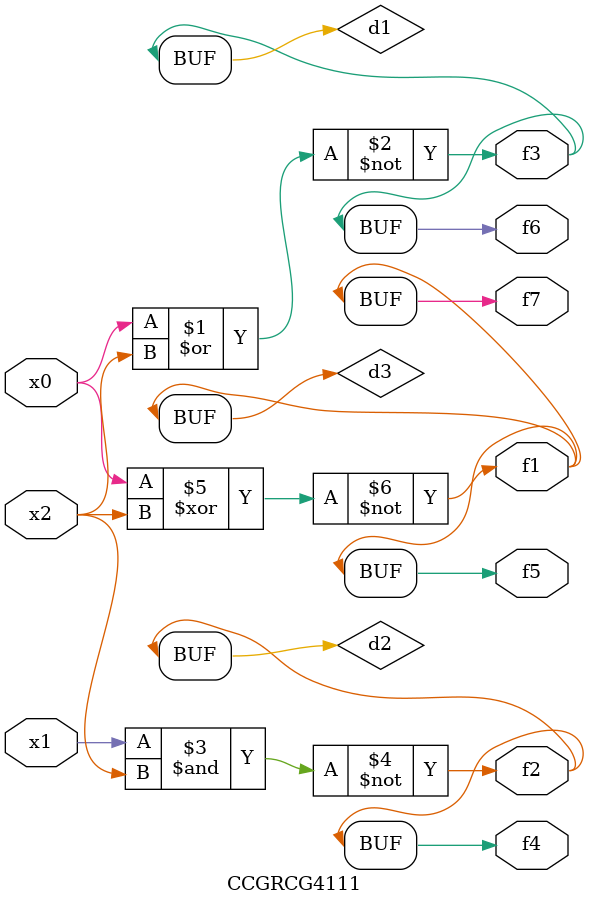
<source format=v>
module CCGRCG4111(
	input x0, x1, x2,
	output f1, f2, f3, f4, f5, f6, f7
);

	wire d1, d2, d3;

	nor (d1, x0, x2);
	nand (d2, x1, x2);
	xnor (d3, x0, x2);
	assign f1 = d3;
	assign f2 = d2;
	assign f3 = d1;
	assign f4 = d2;
	assign f5 = d3;
	assign f6 = d1;
	assign f7 = d3;
endmodule

</source>
